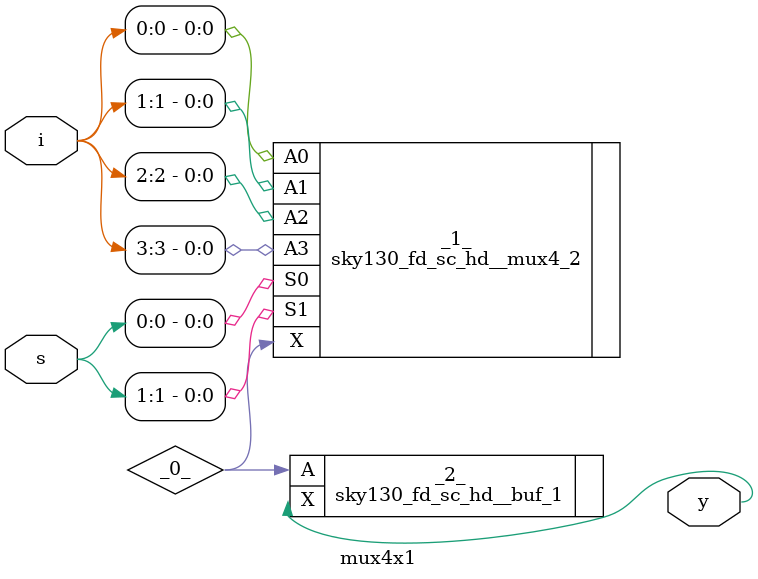
<source format=v>
module mux4x1 (y,
    i,
    s);
 output y;
 input [3:0] i;
 input [1:0] s;

 wire _0_;

 sky130_fd_sc_hd__mux4_2 _1_ (.A0(i[0]),
    .A1(i[1]),
    .A2(i[2]),
    .A3(i[3]),
    .S0(s[0]),
    .S1(s[1]),
    .X(_0_));
 sky130_fd_sc_hd__buf_1 _2_ (.A(_0_),
    .X(y));
 sky130_fd_sc_hd__decap_3 PHY_EDGE_ROW_0_Right_0 ();
 sky130_fd_sc_hd__decap_3 PHY_EDGE_ROW_1_Right_1 ();
 sky130_fd_sc_hd__decap_3 PHY_EDGE_ROW_2_Right_2 ();
 sky130_fd_sc_hd__decap_3 PHY_EDGE_ROW_3_Right_3 ();
 sky130_fd_sc_hd__decap_3 PHY_EDGE_ROW_4_Right_4 ();
 sky130_fd_sc_hd__decap_3 PHY_EDGE_ROW_5_Right_5 ();
 sky130_fd_sc_hd__decap_3 PHY_EDGE_ROW_6_Right_6 ();
 sky130_fd_sc_hd__decap_3 PHY_EDGE_ROW_7_Right_7 ();
 sky130_fd_sc_hd__decap_3 PHY_EDGE_ROW_8_Right_8 ();
 sky130_fd_sc_hd__decap_3 PHY_EDGE_ROW_9_Right_9 ();
 sky130_fd_sc_hd__decap_3 PHY_EDGE_ROW_10_Right_10 ();
 sky130_fd_sc_hd__decap_3 PHY_EDGE_ROW_11_Right_11 ();
 sky130_fd_sc_hd__decap_3 PHY_EDGE_ROW_12_Right_12 ();
 sky130_fd_sc_hd__decap_3 PHY_EDGE_ROW_0_Left_13 ();
 sky130_fd_sc_hd__decap_3 PHY_EDGE_ROW_1_Left_14 ();
 sky130_fd_sc_hd__decap_3 PHY_EDGE_ROW_2_Left_15 ();
 sky130_fd_sc_hd__decap_3 PHY_EDGE_ROW_3_Left_16 ();
 sky130_fd_sc_hd__decap_3 PHY_EDGE_ROW_4_Left_17 ();
 sky130_fd_sc_hd__decap_3 PHY_EDGE_ROW_5_Left_18 ();
 sky130_fd_sc_hd__decap_3 PHY_EDGE_ROW_6_Left_19 ();
 sky130_fd_sc_hd__decap_3 PHY_EDGE_ROW_7_Left_20 ();
 sky130_fd_sc_hd__decap_3 PHY_EDGE_ROW_8_Left_21 ();
 sky130_fd_sc_hd__decap_3 PHY_EDGE_ROW_9_Left_22 ();
 sky130_fd_sc_hd__decap_3 PHY_EDGE_ROW_10_Left_23 ();
 sky130_fd_sc_hd__decap_3 PHY_EDGE_ROW_11_Left_24 ();
 sky130_fd_sc_hd__decap_3 PHY_EDGE_ROW_12_Left_25 ();
 sky130_fd_sc_hd__tapvpwrvgnd_1 TAP_TAPCELL_ROW_0_26 ();
 sky130_fd_sc_hd__tapvpwrvgnd_1 TAP_TAPCELL_ROW_0_27 ();
 sky130_fd_sc_hd__tapvpwrvgnd_1 TAP_TAPCELL_ROW_1_28 ();
 sky130_fd_sc_hd__tapvpwrvgnd_1 TAP_TAPCELL_ROW_2_29 ();
 sky130_fd_sc_hd__tapvpwrvgnd_1 TAP_TAPCELL_ROW_3_30 ();
 sky130_fd_sc_hd__tapvpwrvgnd_1 TAP_TAPCELL_ROW_4_31 ();
 sky130_fd_sc_hd__tapvpwrvgnd_1 TAP_TAPCELL_ROW_5_32 ();
 sky130_fd_sc_hd__tapvpwrvgnd_1 TAP_TAPCELL_ROW_6_33 ();
 sky130_fd_sc_hd__tapvpwrvgnd_1 TAP_TAPCELL_ROW_7_34 ();
 sky130_fd_sc_hd__tapvpwrvgnd_1 TAP_TAPCELL_ROW_8_35 ();
 sky130_fd_sc_hd__tapvpwrvgnd_1 TAP_TAPCELL_ROW_9_36 ();
 sky130_fd_sc_hd__tapvpwrvgnd_1 TAP_TAPCELL_ROW_10_37 ();
 sky130_fd_sc_hd__tapvpwrvgnd_1 TAP_TAPCELL_ROW_11_38 ();
 sky130_fd_sc_hd__tapvpwrvgnd_1 TAP_TAPCELL_ROW_12_39 ();
 sky130_fd_sc_hd__tapvpwrvgnd_1 TAP_TAPCELL_ROW_12_40 ();
endmodule

</source>
